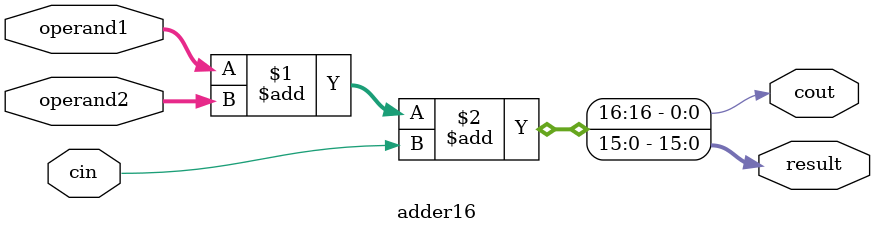
<source format=v>
`timescale 1ns / 1ps


module adder16(operand1,operand2,cin,result,cout);
    input [15:0] operand1;//ÊäÈëÒ»
    input [15:0] operand2;//ÊäÈë¶þ
    input cin;//ÊäÈë½øÎ»
    output [15:0] result;//½á¹û
    output cout; //Êä³ö½øÎ»
    assign {cout,result} = operand1 + operand2 + cin;
endmodule

</source>
